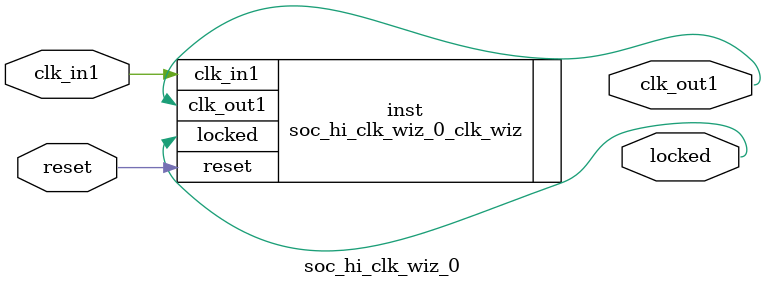
<source format=v>


`timescale 1ps/1ps

(* CORE_GENERATION_INFO = "soc_hi_clk_wiz_0,clk_wiz_v6_0_15_0_0,{component_name=soc_hi_clk_wiz_0,use_phase_alignment=true,use_min_o_jitter=false,use_max_i_jitter=false,use_dyn_phase_shift=false,use_inclk_switchover=false,use_dyn_reconfig=false,enable_axi=0,feedback_source=FDBK_AUTO,PRIMITIVE=MMCM,num_out_clk=1,clkin1_period=10.000,clkin2_period=10.000,use_power_down=false,use_reset=true,use_locked=true,use_inclk_stopped=false,feedback_type=SINGLE,CLOCK_MGR_TYPE=NA,manual_override=false}" *)

module soc_hi_clk_wiz_0 
 (
  // Clock out ports
  output        clk_out1,
  // Status and control signals
  input         reset,
  output        locked,
 // Clock in ports
  input         clk_in1
 );

  soc_hi_clk_wiz_0_clk_wiz inst
  (
  // Clock out ports  
  .clk_out1(clk_out1),
  // Status and control signals               
  .reset(reset), 
  .locked(locked),
 // Clock in ports
  .clk_in1(clk_in1)
  );

endmodule

</source>
